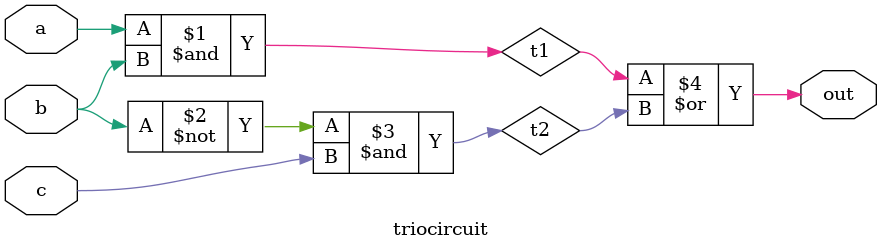
<source format=v>
`timescale 1ns / 1ps

module parallelinserialout(shld,b,clk,clear,out);
parameter N=4;
input shld,clk,clear;
input [N-1:0]b;
output  out;
wire [N-1:0]t;//triocircuit out wires
wire [N-1:0]d;//dffp out wires

triocircuit t1h(1'b0,shld,b[0],t[0]);
triocircuit t2h(d[0],shld,b[1],t[1]);
triocircuit t3h(d[1],shld,b[2],t[2]);
triocircuit t4h(d[2],shld,b[3],t[3]);
dffp d1h(t[0],clk,clear,d[0]);
dffp d4h(t[1],clk,clear,d[1]);
dffp d3h(t[2],clk,clear,d[2]);
dffp d2h(t[3],clk,clear,d[3]);
assign out=d[3];

endmodule
module dffp(in,clk,clear,out);
input in,clk,clear;
output reg out;
always @(posedge clk)
begin
if(clear==1)
out<=1'b0;
else
out<=in;
end
endmodule
module triocircuit(a,b,c,out);
input a,b,c;
output out;
wire t1,t2;
and g1(t1,a,b), g2(t2,~b,c);
or g3(out,t1,t2);
endmodule

</source>
